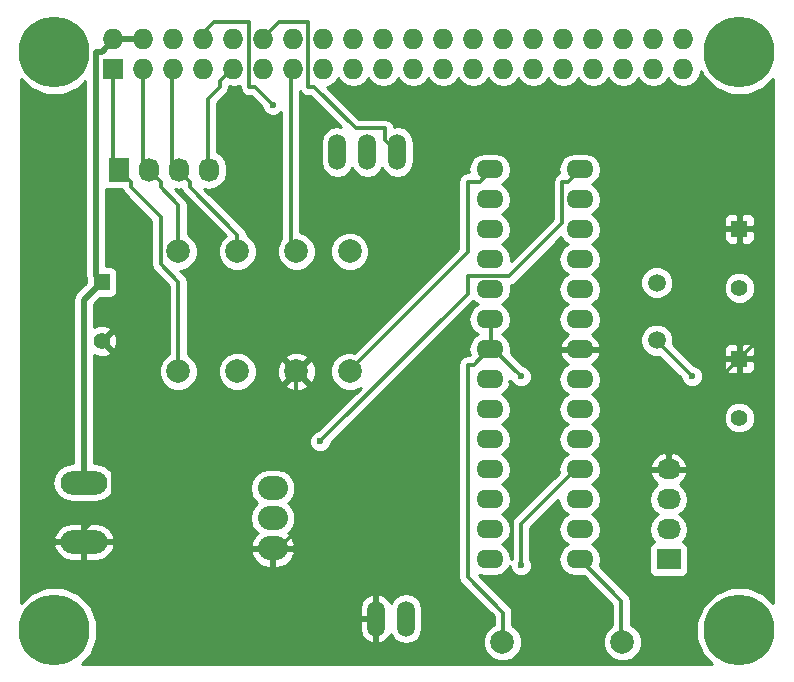
<source format=gbr>
G04 #@! TF.FileFunction,Copper,L1,Top,Signal*
%FSLAX46Y46*%
G04 Gerber Fmt 4.6, Leading zero omitted, Abs format (unit mm)*
G04 Created by KiCad (PCBNEW (2015-06-30 BZR 5847, Git 785638a)-product) date 2015/07/09 22:16:44*
%MOMM*%
G01*
G04 APERTURE LIST*
%ADD10C,0.100000*%
%ADD11R,1.400000X1.400000*%
%ADD12C,1.400000*%
%ADD13O,2.300000X1.600000*%
%ADD14O,3.962400X1.981200*%
%ADD15R,2.032000X1.727200*%
%ADD16O,2.032000X1.727200*%
%ADD17R,1.727200X2.032000*%
%ADD18O,1.727200X2.032000*%
%ADD19O,1.506220X3.014980*%
%ADD20R,1.727200X1.727200*%
%ADD21O,1.727200X1.727200*%
%ADD22O,2.540000X2.032000*%
%ADD23C,1.998980*%
%ADD24C,1.501140*%
%ADD25C,6.000000*%
%ADD26C,0.600000*%
%ADD27C,0.250000*%
%ADD28C,0.500000*%
%ADD29C,0.300000*%
%ADD30C,0.254000*%
G04 APERTURE END LIST*
D10*
D11*
X116000000Y-103000000D03*
D12*
X116000000Y-108000000D03*
D11*
X170000000Y-109500000D03*
D12*
X170000000Y-114500000D03*
D11*
X170000000Y-98500000D03*
D12*
X170000000Y-103500000D03*
D13*
X156500000Y-126500000D03*
X156500000Y-123960000D03*
X156500000Y-121420000D03*
X156500000Y-118880000D03*
X156500000Y-116340000D03*
X156500000Y-113800000D03*
X156500000Y-111260000D03*
X156500000Y-108720000D03*
X156500000Y-106180000D03*
X156500000Y-103640000D03*
X156500000Y-101100000D03*
X156500000Y-98560000D03*
X156500000Y-96020000D03*
X156500000Y-93480000D03*
X148880000Y-93480000D03*
X148880000Y-96020000D03*
X148880000Y-98560000D03*
X148880000Y-101100000D03*
X148880000Y-103640000D03*
X148880000Y-106180000D03*
X148880000Y-108720000D03*
X148880000Y-111260000D03*
X148880000Y-113800000D03*
X148880000Y-116340000D03*
X148880000Y-118880000D03*
X148880000Y-121420000D03*
X148880000Y-123960000D03*
X148880000Y-126500000D03*
D14*
X114500000Y-125000000D03*
X114500000Y-120000000D03*
D15*
X164000000Y-126500000D03*
D16*
X164000000Y-123960000D03*
X164000000Y-121420000D03*
X164000000Y-118880000D03*
D17*
X117500000Y-93500000D03*
D18*
X120040000Y-93500000D03*
X122580000Y-93500000D03*
X125120000Y-93500000D03*
D19*
X135960000Y-92000000D03*
X138500000Y-92000000D03*
X141040000Y-92000000D03*
D20*
X117000000Y-85000000D03*
D21*
X117000000Y-82460000D03*
X119540000Y-85000000D03*
X119540000Y-82460000D03*
X122080000Y-85000000D03*
X122080000Y-82460000D03*
X124620000Y-85000000D03*
X124620000Y-82460000D03*
X127160000Y-85000000D03*
X127160000Y-82460000D03*
X129700000Y-85000000D03*
X129700000Y-82460000D03*
X132240000Y-85000000D03*
X132240000Y-82460000D03*
X134780000Y-85000000D03*
X134780000Y-82460000D03*
X137320000Y-85000000D03*
X137320000Y-82460000D03*
X139860000Y-85000000D03*
X139860000Y-82460000D03*
X142400000Y-85000000D03*
X142400000Y-82460000D03*
X144940000Y-85000000D03*
X144940000Y-82460000D03*
X147480000Y-85000000D03*
X147480000Y-82460000D03*
X150020000Y-85000000D03*
X150020000Y-82460000D03*
X152560000Y-85000000D03*
X152560000Y-82460000D03*
X155100000Y-85000000D03*
X155100000Y-82460000D03*
X157640000Y-85000000D03*
X157640000Y-82460000D03*
X160180000Y-85000000D03*
X160180000Y-82460000D03*
X162720000Y-85000000D03*
X162720000Y-82460000D03*
X165260000Y-85000000D03*
X165260000Y-82460000D03*
D22*
X130500000Y-123000000D03*
X130500000Y-125540000D03*
X130500000Y-120460000D03*
D23*
X149920000Y-133500000D03*
X160080000Y-133500000D03*
X137000000Y-110580000D03*
X137000000Y-100420000D03*
X132500000Y-100420000D03*
X132500000Y-110580000D03*
X122500000Y-110580000D03*
X122500000Y-100420000D03*
X127500000Y-110580000D03*
X127500000Y-100420000D03*
D19*
X141770000Y-131500000D03*
X139230000Y-131500000D03*
D24*
X163000000Y-107940940D03*
X163000000Y-103059060D03*
D25*
X112000000Y-132500000D03*
X170000000Y-132500000D03*
X112000000Y-83500000D03*
X170000000Y-83500000D03*
D26*
X151500000Y-111000000D03*
X166000000Y-111000000D03*
X151500000Y-127000000D03*
X134500000Y-116500000D03*
X130500000Y-88000000D03*
D27*
X110500000Y-82000000D02*
X112000000Y-83500000D01*
D28*
X117000000Y-82460000D02*
X119540000Y-82460000D01*
D29*
X148880000Y-108720000D02*
X149000000Y-108500000D01*
X149000000Y-108500000D02*
X147500000Y-110000000D01*
X147500000Y-110000000D02*
X147000000Y-110000000D01*
X147000000Y-110000000D02*
X147000000Y-128000000D01*
X147000000Y-128000000D02*
X150000000Y-131000000D01*
X150000000Y-131000000D02*
X150000000Y-133500000D01*
X150000000Y-133500000D02*
X149920000Y-133500000D01*
X116000000Y-103000000D02*
X115500000Y-102500000D01*
D28*
X115500000Y-102500000D02*
X115500000Y-83500000D01*
X115500000Y-83500000D02*
X116000000Y-83500000D01*
X116000000Y-83500000D02*
X117000000Y-82500000D01*
D29*
X117000000Y-82500000D02*
X117000000Y-82460000D01*
D28*
X116000000Y-103000000D02*
X114500000Y-104500000D01*
X114500000Y-104500000D02*
X114500000Y-120000000D01*
D29*
X151500000Y-111000000D02*
X149000000Y-108500000D01*
X149000000Y-108500000D02*
X148880000Y-108720000D01*
X148880000Y-108720000D02*
X149000000Y-108500000D01*
X149000000Y-108500000D02*
X149000000Y-106000000D01*
X149000000Y-106000000D02*
X148880000Y-106180000D01*
X170000000Y-109500000D02*
X164000000Y-115500000D01*
X164000000Y-115500000D02*
X164000000Y-118880000D01*
X130500000Y-125540000D02*
X130500000Y-125500000D01*
X130500000Y-125500000D02*
X131000000Y-125500000D01*
X131000000Y-125500000D02*
X132000000Y-124500000D01*
X132000000Y-124500000D02*
X132500000Y-124500000D01*
X132500000Y-124500000D02*
X132500000Y-110580000D01*
X116000000Y-108000000D02*
X117000000Y-109000000D01*
X117000000Y-109000000D02*
X117000000Y-121500000D01*
X117000000Y-121500000D02*
X114500000Y-124000000D01*
X114500000Y-124000000D02*
X114500000Y-125000000D01*
X170000000Y-109500000D02*
X171500000Y-108000000D01*
X171500000Y-108000000D02*
X171500000Y-103000000D01*
X171500000Y-103000000D02*
X170000000Y-101500000D01*
X170000000Y-101500000D02*
X170000000Y-98500000D01*
X163000000Y-107940940D02*
X163000000Y-108000000D01*
X163000000Y-108000000D02*
X166000000Y-111000000D01*
X156500000Y-126500000D02*
X160000000Y-130000000D01*
X160000000Y-130000000D02*
X160000000Y-133500000D01*
X160000000Y-133500000D02*
X160080000Y-133500000D01*
X156500000Y-118880000D02*
X156500000Y-119000000D01*
X156500000Y-119000000D02*
X156000000Y-119000000D01*
X156000000Y-119000000D02*
X151500000Y-123500000D01*
X151500000Y-123500000D02*
X151500000Y-127000000D01*
X134500000Y-116500000D02*
X147000000Y-104000000D01*
X147000000Y-104000000D02*
X147000000Y-102500000D01*
X147000000Y-102500000D02*
X150500000Y-102500000D01*
X150500000Y-102500000D02*
X155000000Y-98000000D01*
X155000000Y-98000000D02*
X155000000Y-94500000D01*
X155000000Y-94500000D02*
X155500000Y-94500000D01*
X155500000Y-94500000D02*
X156500000Y-93500000D01*
X156500000Y-93500000D02*
X156500000Y-93480000D01*
X137000000Y-110580000D02*
X137000000Y-110500000D01*
X137000000Y-110500000D02*
X147000000Y-100500000D01*
X147000000Y-100500000D02*
X147000000Y-94500000D01*
X147000000Y-94500000D02*
X148000000Y-94500000D01*
X148000000Y-94500000D02*
X149000000Y-93500000D01*
X149000000Y-93500000D02*
X148880000Y-93480000D01*
X117500000Y-93500000D02*
X118500000Y-94500000D01*
X118500000Y-94500000D02*
X118500000Y-95000000D01*
X118500000Y-95000000D02*
X121000000Y-97500000D01*
X121000000Y-97500000D02*
X121000000Y-101500000D01*
X121000000Y-101500000D02*
X122500000Y-103000000D01*
X122500000Y-103000000D02*
X122500000Y-110580000D01*
X117500000Y-93500000D02*
X117000000Y-93000000D01*
X117000000Y-93000000D02*
X117000000Y-85000000D01*
X120040000Y-93500000D02*
X120000000Y-93500000D01*
X120000000Y-93500000D02*
X121000000Y-94500000D01*
X121000000Y-94500000D02*
X121000000Y-95000000D01*
X121000000Y-95000000D02*
X122500000Y-96500000D01*
X122500000Y-96500000D02*
X122500000Y-100420000D01*
X120040000Y-93500000D02*
X120000000Y-93500000D01*
X120000000Y-93500000D02*
X119500000Y-93000000D01*
X119500000Y-93000000D02*
X119500000Y-85000000D01*
X119500000Y-85000000D02*
X119540000Y-85000000D01*
X122580000Y-93500000D02*
X122500000Y-93500000D01*
X122500000Y-93500000D02*
X123500000Y-94500000D01*
X123500000Y-94500000D02*
X123500000Y-95000000D01*
X123500000Y-95000000D02*
X127500000Y-99000000D01*
X127500000Y-99000000D02*
X127500000Y-100420000D01*
X122580000Y-93500000D02*
X122500000Y-93500000D01*
X122500000Y-93500000D02*
X122000000Y-93000000D01*
X122000000Y-93000000D02*
X122000000Y-85000000D01*
X122000000Y-85000000D02*
X122080000Y-85000000D01*
X127160000Y-85000000D02*
X127000000Y-85000000D01*
X127000000Y-85000000D02*
X126000000Y-86000000D01*
X126000000Y-86000000D02*
X126000000Y-86500000D01*
X126000000Y-86500000D02*
X125000000Y-87500000D01*
X125000000Y-87500000D02*
X125000000Y-93500000D01*
X125000000Y-93500000D02*
X125120000Y-93500000D01*
X130500000Y-88000000D02*
X129000000Y-86500000D01*
X129000000Y-86500000D02*
X128500000Y-86500000D01*
X128500000Y-86500000D02*
X128500000Y-81000000D01*
X128500000Y-81000000D02*
X125500000Y-81000000D01*
X125500000Y-81000000D02*
X124500000Y-82000000D01*
X124500000Y-82000000D02*
X124500000Y-82500000D01*
X124500000Y-82500000D02*
X124620000Y-82460000D01*
X141040000Y-92000000D02*
X141000000Y-92000000D01*
X141000000Y-92000000D02*
X140000000Y-91000000D01*
X140000000Y-91000000D02*
X140000000Y-90000000D01*
X140000000Y-90000000D02*
X137500000Y-90000000D01*
X137500000Y-90000000D02*
X134000000Y-86500000D01*
X134000000Y-86500000D02*
X133500000Y-86500000D01*
X133500000Y-86500000D02*
X133500000Y-81000000D01*
X133500000Y-81000000D02*
X131000000Y-81000000D01*
X131000000Y-81000000D02*
X129500000Y-82500000D01*
X129500000Y-82500000D02*
X129700000Y-82460000D01*
X132500000Y-100420000D02*
X132500000Y-100500000D01*
X132500000Y-100500000D02*
X132000000Y-100000000D01*
X132000000Y-100000000D02*
X132000000Y-85000000D01*
X132000000Y-85000000D02*
X132240000Y-85000000D01*
D30*
G36*
X166916600Y-85556372D02*
X167938249Y-86579806D01*
X169273782Y-87134368D01*
X170719874Y-87135630D01*
X172056372Y-86583400D01*
X172815000Y-85826095D01*
X172815000Y-130174759D01*
X172061751Y-129420194D01*
X170726218Y-128865632D01*
X169280126Y-128864370D01*
X167943628Y-129416600D01*
X166920194Y-130438249D01*
X166365632Y-131773782D01*
X166364370Y-133219874D01*
X166916600Y-134556372D01*
X167673905Y-135315000D01*
X114325241Y-135315000D01*
X115079806Y-134561751D01*
X115444087Y-133684464D01*
X141770000Y-133684464D01*
X142301207Y-133578800D01*
X142751542Y-133277896D01*
X143052446Y-132827561D01*
X143158110Y-132296354D01*
X143158110Y-130703646D01*
X143052446Y-130172439D01*
X142751542Y-129722104D01*
X142301207Y-129421200D01*
X141770000Y-129315536D01*
X141238793Y-129421200D01*
X140788458Y-129722104D01*
X140487554Y-130172439D01*
X140486984Y-130175306D01*
X140463846Y-130097081D01*
X140121740Y-129674276D01*
X139643875Y-129414573D01*
X139571674Y-129400217D01*
X138888326Y-129400217D01*
X138888326Y-129400217D01*
X138816125Y-129414573D01*
X138338260Y-129674276D01*
X137996154Y-130097081D01*
X137841890Y-130618620D01*
X137841890Y-131373000D01*
X139103000Y-131373000D01*
X139103000Y-129522838D01*
X138888326Y-129400217D01*
X139571674Y-129400217D01*
X138888326Y-129400217D01*
X138888326Y-129400217D01*
X139571674Y-129400217D01*
X139357000Y-129522838D01*
X139357000Y-131373000D01*
X139377000Y-131373000D01*
X139377000Y-131627000D01*
X139357000Y-131627000D01*
X139103000Y-131627000D01*
X139103000Y-131627000D01*
X137841890Y-131627000D01*
X137841890Y-132381380D01*
X137996154Y-132902919D01*
X138338260Y-133325724D01*
X138816125Y-133585427D01*
X138888326Y-133599783D01*
X139103000Y-133477162D01*
X139103000Y-131627000D01*
X139357000Y-131627000D01*
X139103000Y-131627000D01*
X139103000Y-131627000D01*
X139357000Y-131627000D01*
X139357000Y-133477162D01*
X139571674Y-133599783D01*
X139643875Y-133585427D01*
X140121740Y-133325724D01*
X140463846Y-132902919D01*
X140486984Y-132824694D01*
X140487554Y-132827561D01*
X140788458Y-133277896D01*
X141238793Y-133578800D01*
X141770000Y-133684464D01*
X115444087Y-133684464D01*
X115634368Y-133226218D01*
X115635630Y-131780126D01*
X115083400Y-130443628D01*
X114061751Y-129420194D01*
X112726218Y-128865632D01*
X111280126Y-128864370D01*
X109943628Y-129416600D01*
X109185000Y-130173905D01*
X109185000Y-127016724D01*
X129496857Y-127016724D01*
X130119000Y-127191000D01*
X130373000Y-127191000D01*
X130373000Y-125667000D01*
X130627000Y-125667000D01*
X130373000Y-125667000D01*
X130373000Y-125667000D01*
X130627000Y-125667000D01*
X130627000Y-127191000D01*
X130881000Y-127191000D01*
X131503143Y-127016724D01*
X132011236Y-126617630D01*
X132327926Y-126054477D01*
X132359975Y-125922944D01*
X132240836Y-125667000D01*
X130627000Y-125667000D01*
X130373000Y-125667000D01*
X130373000Y-125667000D01*
X128759164Y-125667000D01*
X116950077Y-125667000D01*
X117041060Y-125504757D01*
X117071411Y-125378959D01*
X116951942Y-125127000D01*
X114627000Y-125127000D01*
X114627000Y-126625600D01*
X115617600Y-126625600D01*
X116230023Y-126453258D01*
X116729876Y-126059670D01*
X116950077Y-125667000D01*
X128759164Y-125667000D01*
X116950077Y-125667000D01*
X116950077Y-125667000D01*
X128759164Y-125667000D01*
X128640025Y-125922944D01*
X128672074Y-126054477D01*
X128988764Y-126617630D01*
X129496857Y-127016724D01*
X109185000Y-127016724D01*
X109185000Y-125127000D01*
X112048058Y-125127000D01*
X111928589Y-125378959D01*
X111958940Y-125504757D01*
X112270124Y-126059670D01*
X112769977Y-126453258D01*
X113382400Y-126625600D01*
X114373000Y-126625600D01*
X114373000Y-125127000D01*
X112048058Y-125127000D01*
X109185000Y-125127000D01*
X109185000Y-123374400D01*
X113382400Y-123374400D01*
X112769977Y-123546742D01*
X112270124Y-123940330D01*
X111958940Y-124495243D01*
X111928589Y-124621041D01*
X112048058Y-124873000D01*
X114373000Y-124873000D01*
X114373000Y-123374400D01*
X114627000Y-123374400D01*
X114627000Y-124873000D01*
X116951942Y-124873000D01*
X117071411Y-124621041D01*
X117041060Y-124495243D01*
X116729876Y-123940330D01*
X116230023Y-123546742D01*
X115617600Y-123374400D01*
X114627000Y-123374400D01*
X114373000Y-123374400D01*
X114373000Y-123374400D01*
X113382400Y-123374400D01*
X109185000Y-123374400D01*
X109185000Y-85825241D01*
X109938249Y-86579806D01*
X111273782Y-87134368D01*
X112719874Y-87135630D01*
X114056372Y-86583400D01*
X114615000Y-86025746D01*
X114615000Y-102500000D01*
X114652560Y-102688826D01*
X114652560Y-103095861D01*
X113874210Y-103874210D01*
X113682367Y-104161325D01*
X113682367Y-104161326D01*
X113614999Y-104500000D01*
X113615000Y-104500005D01*
X113615000Y-118374400D01*
X113458146Y-118374400D01*
X112836056Y-118498141D01*
X112308673Y-118850527D01*
X111956287Y-119377910D01*
X111832546Y-120000000D01*
X111956287Y-120622090D01*
X112308673Y-121149473D01*
X112836056Y-121501859D01*
X113458146Y-121625600D01*
X115541854Y-121625600D01*
X116163944Y-121501859D01*
X116691327Y-121149473D01*
X117043713Y-120622090D01*
X117167454Y-120000000D01*
X117043713Y-119377910D01*
X116691327Y-118850527D01*
X116629178Y-118809000D01*
X130208679Y-118809000D01*
X129576869Y-118934675D01*
X129041246Y-119292567D01*
X128683354Y-119828190D01*
X128557679Y-120460000D01*
X128683354Y-121091810D01*
X129041246Y-121627433D01*
X129194748Y-121730000D01*
X129041246Y-121832567D01*
X128683354Y-122368190D01*
X128557679Y-123000000D01*
X128683354Y-123631810D01*
X129041246Y-124167433D01*
X129215781Y-124284054D01*
X128988764Y-124462370D01*
X128672074Y-125025523D01*
X128640025Y-125157056D01*
X128759164Y-125413000D01*
X130373000Y-125413000D01*
X130373000Y-125393000D01*
X130627000Y-125393000D01*
X130627000Y-125413000D01*
X132240836Y-125413000D01*
X132359975Y-125157056D01*
X132327926Y-125025523D01*
X132011236Y-124462370D01*
X131784219Y-124284054D01*
X131958754Y-124167433D01*
X132316646Y-123631810D01*
X132442321Y-123000000D01*
X132316646Y-122368190D01*
X131958754Y-121832567D01*
X131805252Y-121730000D01*
X131958754Y-121627433D01*
X132316646Y-121091810D01*
X132442321Y-120460000D01*
X132316646Y-119828190D01*
X131958754Y-119292567D01*
X131423131Y-118934675D01*
X130791321Y-118809000D01*
X130208679Y-118809000D01*
X116629178Y-118809000D01*
X116163944Y-118498141D01*
X115541854Y-118374400D01*
X115385000Y-118374400D01*
X115385000Y-112225401D01*
X132235582Y-112225401D01*
X132885377Y-112201341D01*
X133373958Y-111998965D01*
X133472557Y-111732163D01*
X133292952Y-111552557D01*
X133652163Y-111552557D01*
X133918965Y-111453958D01*
X134145401Y-110844418D01*
X134121341Y-110194623D01*
X133918965Y-109706042D01*
X133652163Y-109607443D01*
X132679605Y-110580000D01*
X132320395Y-110580000D01*
X132320395Y-110580000D01*
X131347837Y-109607443D01*
X131081035Y-109706042D01*
X130854599Y-110315582D01*
X130878659Y-110965377D01*
X131081035Y-111453958D01*
X131347837Y-111552557D01*
X132320395Y-110580000D01*
X132679605Y-110580000D01*
X132320395Y-110580000D01*
X132320395Y-110580000D01*
X132679605Y-110580000D01*
X133652163Y-111552557D01*
X133292952Y-111552557D01*
X132500000Y-110759605D01*
X131527443Y-111732163D01*
X128659363Y-111732163D01*
X128884846Y-111507073D01*
X129134206Y-110906547D01*
X129134774Y-110256306D01*
X128886462Y-109655345D01*
X128427073Y-109195154D01*
X127857530Y-108958659D01*
X132114623Y-108958659D01*
X131626042Y-109161035D01*
X131527443Y-109427837D01*
X132500000Y-110400395D01*
X133472557Y-109427837D01*
X133373958Y-109161035D01*
X132764418Y-108934599D01*
X132114623Y-108958659D01*
X127857530Y-108958659D01*
X127826547Y-108945794D01*
X127176306Y-108945226D01*
X126575345Y-109193538D01*
X126115154Y-109652927D01*
X125865794Y-110253453D01*
X125865226Y-110903694D01*
X126113538Y-111504655D01*
X126572927Y-111964846D01*
X127173453Y-112214206D01*
X127823694Y-112214774D01*
X128424655Y-111966462D01*
X128659363Y-111732163D01*
X131527443Y-111732163D01*
X128659363Y-111732163D01*
X128659363Y-111732163D01*
X131527443Y-111732163D01*
X131626042Y-111998965D01*
X132235582Y-112225401D01*
X115385000Y-112225401D01*
X115385000Y-109198797D01*
X115807122Y-109347419D01*
X116337440Y-109318664D01*
X116693831Y-109171042D01*
X116755669Y-108935275D01*
X116000000Y-108179605D01*
X115985858Y-108193748D01*
X115806252Y-108014142D01*
X115820395Y-108000000D01*
X116179605Y-108000000D01*
X116935275Y-108755669D01*
X117171042Y-108693831D01*
X117347419Y-108192878D01*
X117318664Y-107662560D01*
X117171042Y-107306169D01*
X116935275Y-107244331D01*
X116179605Y-108000000D01*
X115820395Y-108000000D01*
X115820395Y-108000000D01*
X115806252Y-107985858D01*
X115985858Y-107806252D01*
X116000000Y-107820395D01*
X116755669Y-107064725D01*
X116693831Y-106828958D01*
X116192878Y-106652581D01*
X115662560Y-106681336D01*
X115385000Y-106796305D01*
X115385000Y-104866580D01*
X115904139Y-104347440D01*
X116700000Y-104347440D01*
X116942123Y-104300463D01*
X117154927Y-104160673D01*
X117297377Y-103949640D01*
X117347440Y-103700000D01*
X117347440Y-102300000D01*
X117300463Y-102057877D01*
X117160673Y-101845073D01*
X116949640Y-101702623D01*
X116700000Y-101652560D01*
X116385000Y-101652560D01*
X116385000Y-95112189D01*
X116386760Y-95113377D01*
X116636400Y-95163440D01*
X117747510Y-95163440D01*
X117774755Y-95300407D01*
X117944921Y-95555079D01*
X120215000Y-97825158D01*
X120215000Y-101500000D01*
X120274755Y-101800407D01*
X120444921Y-102055079D01*
X121715000Y-103325158D01*
X121715000Y-109135834D01*
X121575345Y-109193538D01*
X121115154Y-109652927D01*
X120865794Y-110253453D01*
X120865226Y-110903694D01*
X121113538Y-111504655D01*
X121572927Y-111964846D01*
X122173453Y-112214206D01*
X122823694Y-112214774D01*
X123424655Y-111966462D01*
X123884846Y-111507073D01*
X124134206Y-110906547D01*
X124134774Y-110256306D01*
X123886462Y-109655345D01*
X123427073Y-109195154D01*
X123285000Y-109136160D01*
X123285000Y-103000000D01*
X123241685Y-102782244D01*
X123225245Y-102699593D01*
X123055079Y-102444921D01*
X122664793Y-102054635D01*
X122823694Y-102054774D01*
X123424655Y-101806462D01*
X123884846Y-101347073D01*
X124134206Y-100746547D01*
X124134774Y-100096306D01*
X123886462Y-99495345D01*
X123427073Y-99035154D01*
X123285000Y-98976160D01*
X123285000Y-96500000D01*
X123225245Y-96199594D01*
X123225245Y-96199593D01*
X123055079Y-95944921D01*
X122222365Y-95112207D01*
X122580000Y-95183345D01*
X122744944Y-95150536D01*
X122774755Y-95300407D01*
X122944921Y-95555079D01*
X126499296Y-99109454D01*
X126115154Y-99492927D01*
X125865794Y-100093453D01*
X125865226Y-100743694D01*
X126113538Y-101344655D01*
X126572927Y-101804846D01*
X127173453Y-102054206D01*
X127823694Y-102054774D01*
X128424655Y-101806462D01*
X128884846Y-101347073D01*
X129134206Y-100746547D01*
X129134774Y-100096306D01*
X128886462Y-99495345D01*
X128427073Y-99035154D01*
X128279831Y-98974014D01*
X128225245Y-98699593D01*
X128055079Y-98444921D01*
X124712433Y-95102275D01*
X125120000Y-95183345D01*
X125693489Y-95069271D01*
X126179670Y-94744415D01*
X126504526Y-94258234D01*
X126618600Y-93684745D01*
X126618600Y-93315255D01*
X126504526Y-92741766D01*
X126179670Y-92255585D01*
X125785000Y-91991875D01*
X125785000Y-87825158D01*
X126555079Y-87055079D01*
X126725245Y-86800406D01*
X126785001Y-86500000D01*
X126785000Y-86499995D01*
X126785000Y-86453367D01*
X127160000Y-86527959D01*
X127715000Y-86417563D01*
X127715000Y-86500000D01*
X127774755Y-86800406D01*
X127944921Y-87055079D01*
X128199594Y-87225245D01*
X128500000Y-87285000D01*
X128674842Y-87285000D01*
X129564847Y-88175005D01*
X129564838Y-88185167D01*
X129706883Y-88528943D01*
X129969673Y-88792192D01*
X130313201Y-88934838D01*
X130685167Y-88935162D01*
X131028943Y-88793117D01*
X131215000Y-88607384D01*
X131215000Y-99393255D01*
X131115154Y-99492927D01*
X130865794Y-100093453D01*
X130865226Y-100743694D01*
X131113538Y-101344655D01*
X131572927Y-101804846D01*
X132173453Y-102054206D01*
X132823694Y-102054774D01*
X133424655Y-101806462D01*
X133884846Y-101347073D01*
X134134206Y-100746547D01*
X134134774Y-100096306D01*
X133886462Y-99495345D01*
X133427073Y-99035154D01*
X133423182Y-99033538D01*
X136075345Y-99033538D01*
X135615154Y-99492927D01*
X135365794Y-100093453D01*
X135365226Y-100743694D01*
X135613538Y-101344655D01*
X136072927Y-101804846D01*
X136673453Y-102054206D01*
X137323694Y-102054774D01*
X137924655Y-101806462D01*
X138384846Y-101347073D01*
X138634206Y-100746547D01*
X138634774Y-100096306D01*
X138386462Y-99495345D01*
X137927073Y-99035154D01*
X137326547Y-98785794D01*
X136676306Y-98785226D01*
X136075345Y-99033538D01*
X133423182Y-99033538D01*
X132826547Y-98785794D01*
X132785000Y-98785758D01*
X132785000Y-86815739D01*
X132944921Y-87055079D01*
X133199594Y-87225245D01*
X133500000Y-87285000D01*
X133674842Y-87285000D01*
X136266307Y-89876465D01*
X135960000Y-89815536D01*
X135428793Y-89921200D01*
X134978458Y-90222104D01*
X134677554Y-90672439D01*
X134571890Y-91203646D01*
X134571890Y-92796354D01*
X134677554Y-93327561D01*
X134978458Y-93777896D01*
X135428793Y-94078800D01*
X135960000Y-94184464D01*
X136491207Y-94078800D01*
X136941542Y-93777896D01*
X137230000Y-93346188D01*
X137518458Y-93777896D01*
X137968793Y-94078800D01*
X138500000Y-94184464D01*
X139031207Y-94078800D01*
X139481542Y-93777896D01*
X139770000Y-93346188D01*
X140058458Y-93777896D01*
X140508793Y-94078800D01*
X141040000Y-94184464D01*
X141571207Y-94078800D01*
X142021542Y-93777896D01*
X142322446Y-93327561D01*
X142428110Y-92796354D01*
X142428110Y-92045000D01*
X148495030Y-92045000D01*
X147945879Y-92154233D01*
X147480332Y-92465302D01*
X147169263Y-92930849D01*
X147060030Y-93480000D01*
X147106774Y-93715000D01*
X147000000Y-93715000D01*
X146699594Y-93774755D01*
X146444921Y-93944921D01*
X146274755Y-94199594D01*
X146215000Y-94500000D01*
X146215000Y-100174842D01*
X137409573Y-108980269D01*
X137326547Y-108945794D01*
X136676306Y-108945226D01*
X136075345Y-109193538D01*
X135615154Y-109652927D01*
X135365794Y-110253453D01*
X135365226Y-110903694D01*
X135613538Y-111504655D01*
X136072927Y-111964846D01*
X136673453Y-112214206D01*
X137323694Y-112214774D01*
X137922483Y-111967360D01*
X134324995Y-115564847D01*
X134314833Y-115564838D01*
X133971057Y-115706883D01*
X133707808Y-115969673D01*
X133565162Y-116313201D01*
X133564838Y-116685167D01*
X133706883Y-117028943D01*
X133969673Y-117292192D01*
X134313201Y-117434838D01*
X134685167Y-117435162D01*
X135028943Y-117293117D01*
X135292192Y-117030327D01*
X135434838Y-116686799D01*
X135434848Y-116675310D01*
X147470369Y-104639788D01*
X147480332Y-104654698D01*
X147862418Y-104910000D01*
X147480332Y-105165302D01*
X147169263Y-105630849D01*
X147060030Y-106180000D01*
X147169263Y-106729151D01*
X147480332Y-107194698D01*
X147862418Y-107450000D01*
X147480332Y-107705302D01*
X147169263Y-108170849D01*
X147060030Y-108720000D01*
X147158492Y-109215000D01*
X147000000Y-109215000D01*
X146699594Y-109274755D01*
X146444921Y-109444921D01*
X146274755Y-109699594D01*
X146215000Y-110000000D01*
X146215000Y-128000000D01*
X146274755Y-128300407D01*
X146444921Y-128555079D01*
X149215000Y-131325158D01*
X149215000Y-132022778D01*
X148995345Y-132113538D01*
X148535154Y-132572927D01*
X148285794Y-133173453D01*
X148285226Y-133823694D01*
X148533538Y-134424655D01*
X148992927Y-134884846D01*
X149593453Y-135134206D01*
X150243694Y-135134774D01*
X150844655Y-134886462D01*
X151304846Y-134427073D01*
X151554206Y-133826547D01*
X151554774Y-133176306D01*
X151306462Y-132575345D01*
X150847073Y-132115154D01*
X150785000Y-132089379D01*
X150785000Y-131000000D01*
X150725245Y-130699594D01*
X150555079Y-130444921D01*
X147915881Y-127805723D01*
X147945879Y-127825767D01*
X148495030Y-127935000D01*
X149264970Y-127935000D01*
X149814121Y-127825767D01*
X150279668Y-127514698D01*
X150564923Y-127087785D01*
X150564838Y-127185167D01*
X150706883Y-127528943D01*
X150969673Y-127792192D01*
X151313201Y-127934838D01*
X151685167Y-127935162D01*
X152028943Y-127793117D01*
X152292192Y-127530327D01*
X152434838Y-127186799D01*
X152435162Y-126814833D01*
X152293117Y-126471057D01*
X152285000Y-126462926D01*
X152285000Y-123825158D01*
X154681710Y-121428448D01*
X154789263Y-121969151D01*
X155100332Y-122434698D01*
X155482418Y-122690000D01*
X155100332Y-122945302D01*
X154789263Y-123410849D01*
X154680030Y-123960000D01*
X154789263Y-124509151D01*
X155100332Y-124974698D01*
X155482418Y-125230000D01*
X155100332Y-125485302D01*
X154789263Y-125950849D01*
X154680030Y-126500000D01*
X154789263Y-127049151D01*
X155100332Y-127514698D01*
X155565879Y-127825767D01*
X156115030Y-127935000D01*
X156824842Y-127935000D01*
X159215000Y-130325157D01*
X159215000Y-132088889D01*
X159155345Y-132113538D01*
X158695154Y-132572927D01*
X158445794Y-133173453D01*
X158445226Y-133823694D01*
X158693538Y-134424655D01*
X159152927Y-134884846D01*
X159753453Y-135134206D01*
X160403694Y-135134774D01*
X161004655Y-134886462D01*
X161464846Y-134427073D01*
X161714206Y-133826547D01*
X161714774Y-133176306D01*
X161466462Y-132575345D01*
X161007073Y-132115154D01*
X160785000Y-132022941D01*
X160785000Y-130000000D01*
X160725245Y-129699594D01*
X160555079Y-129444921D01*
X160555076Y-129444919D01*
X158190138Y-127079980D01*
X158210737Y-127049151D01*
X158319970Y-126500000D01*
X158210737Y-125950849D01*
X157899668Y-125485302D01*
X157517582Y-125230000D01*
X157899668Y-124974698D01*
X158210737Y-124509151D01*
X158319970Y-123960000D01*
X158210737Y-123410849D01*
X157899668Y-122945302D01*
X157517582Y-122690000D01*
X157899668Y-122434698D01*
X158210737Y-121969151D01*
X158319970Y-121420000D01*
X158210737Y-120870849D01*
X157899668Y-120405302D01*
X157517582Y-120150000D01*
X157899668Y-119894698D01*
X158210737Y-119429151D01*
X158294708Y-119007000D01*
X162513783Y-119007000D01*
X162392642Y-119239026D01*
X162395291Y-119254791D01*
X162649268Y-119782036D01*
X163065069Y-120153539D01*
X162755585Y-120360330D01*
X162430729Y-120846511D01*
X162316655Y-121420000D01*
X162430729Y-121993489D01*
X162755585Y-122479670D01*
X163070366Y-122690000D01*
X162755585Y-122900330D01*
X162430729Y-123386511D01*
X162316655Y-123960000D01*
X162430729Y-124533489D01*
X162755585Y-125019670D01*
X162771367Y-125030215D01*
X162741877Y-125035937D01*
X162529073Y-125175727D01*
X162386623Y-125386760D01*
X162336560Y-125636400D01*
X162336560Y-127363600D01*
X162383537Y-127605723D01*
X162523327Y-127818527D01*
X162734360Y-127960977D01*
X162984000Y-128011040D01*
X165016000Y-128011040D01*
X165258123Y-127964063D01*
X165470927Y-127824273D01*
X165613377Y-127613240D01*
X165663440Y-127363600D01*
X165663440Y-125636400D01*
X165616463Y-125394277D01*
X165476673Y-125181473D01*
X165265640Y-125039023D01*
X165227037Y-125031282D01*
X165244415Y-125019670D01*
X165569271Y-124533489D01*
X165683345Y-123960000D01*
X165569271Y-123386511D01*
X165244415Y-122900330D01*
X164929634Y-122690000D01*
X165244415Y-122479670D01*
X165569271Y-121993489D01*
X165683345Y-121420000D01*
X165569271Y-120846511D01*
X165244415Y-120360330D01*
X164934931Y-120153539D01*
X165350732Y-119782036D01*
X165604709Y-119254791D01*
X165607358Y-119239026D01*
X165486217Y-119007000D01*
X164127000Y-119007000D01*
X164127000Y-119027000D01*
X163873000Y-119027000D01*
X163873000Y-119007000D01*
X162513783Y-119007000D01*
X158294708Y-119007000D01*
X158319970Y-118880000D01*
X158210737Y-118330849D01*
X157899668Y-117865302D01*
X157517582Y-117610000D01*
X157550438Y-117588046D01*
X163085680Y-117588046D01*
X162649268Y-117977964D01*
X162395291Y-118505209D01*
X162392642Y-118520974D01*
X162513783Y-118753000D01*
X163873000Y-118753000D01*
X163873000Y-117539076D01*
X164127000Y-117539076D01*
X163873000Y-117539076D01*
X163873000Y-117539076D01*
X164127000Y-117539076D01*
X164127000Y-118753000D01*
X165486217Y-118753000D01*
X165607358Y-118520974D01*
X165604709Y-118505209D01*
X165350732Y-117977964D01*
X164914320Y-117588046D01*
X164361913Y-117394816D01*
X164127000Y-117539076D01*
X163873000Y-117539076D01*
X163873000Y-117539076D01*
X163638087Y-117394816D01*
X163085680Y-117588046D01*
X157550438Y-117588046D01*
X157899668Y-117354698D01*
X158210737Y-116889151D01*
X158319970Y-116340000D01*
X158210737Y-115790849D01*
X157899668Y-115325302D01*
X157517582Y-115070000D01*
X157899668Y-114814698D01*
X158210737Y-114349151D01*
X158319970Y-113800000D01*
X158233957Y-113367582D01*
X169244771Y-113367582D01*
X168868902Y-113742796D01*
X168665232Y-114233287D01*
X168664769Y-114764383D01*
X168867582Y-115255229D01*
X169242796Y-115631098D01*
X169733287Y-115834768D01*
X170264383Y-115835231D01*
X170755229Y-115632418D01*
X171131098Y-115257204D01*
X171334768Y-114766713D01*
X171335231Y-114235617D01*
X171132418Y-113744771D01*
X170757204Y-113368902D01*
X170266713Y-113165232D01*
X169735617Y-113164769D01*
X169244771Y-113367582D01*
X158233957Y-113367582D01*
X158210737Y-113250849D01*
X157899668Y-112785302D01*
X157517582Y-112530000D01*
X157899668Y-112274698D01*
X158210737Y-111809151D01*
X158319970Y-111260000D01*
X158210737Y-110710849D01*
X157899668Y-110245302D01*
X157521849Y-109992851D01*
X157954500Y-109644896D01*
X158224367Y-109151819D01*
X158241904Y-109069039D01*
X158119915Y-108847000D01*
X156627000Y-108847000D01*
X156627000Y-108867000D01*
X156373000Y-108867000D01*
X156373000Y-108847000D01*
X154880085Y-108847000D01*
X154758096Y-109069039D01*
X154775633Y-109151819D01*
X155045500Y-109644896D01*
X155478151Y-109992851D01*
X155100332Y-110245302D01*
X154789263Y-110710849D01*
X154680030Y-111260000D01*
X154789263Y-111809151D01*
X155100332Y-112274698D01*
X155482418Y-112530000D01*
X155100332Y-112785302D01*
X154789263Y-113250849D01*
X154680030Y-113800000D01*
X154789263Y-114349151D01*
X155100332Y-114814698D01*
X155482418Y-115070000D01*
X155100332Y-115325302D01*
X154789263Y-115790849D01*
X154680030Y-116340000D01*
X154789263Y-116889151D01*
X155100332Y-117354698D01*
X155482418Y-117610000D01*
X155100332Y-117865302D01*
X154789263Y-118330849D01*
X154680030Y-118880000D01*
X154734749Y-119155093D01*
X150944921Y-122944921D01*
X150774755Y-123199593D01*
X150732733Y-123410849D01*
X150715000Y-123500000D01*
X150715000Y-126462494D01*
X150707808Y-126469673D01*
X150698430Y-126492258D01*
X150590737Y-125950849D01*
X150279668Y-125485302D01*
X149897582Y-125230000D01*
X150279668Y-124974698D01*
X150590737Y-124509151D01*
X150699970Y-123960000D01*
X150590737Y-123410849D01*
X150279668Y-122945302D01*
X149897582Y-122690000D01*
X150279668Y-122434698D01*
X150590737Y-121969151D01*
X150699970Y-121420000D01*
X150590737Y-120870849D01*
X150279668Y-120405302D01*
X149897582Y-120150000D01*
X150279668Y-119894698D01*
X150590737Y-119429151D01*
X150699970Y-118880000D01*
X150590737Y-118330849D01*
X150279668Y-117865302D01*
X149897582Y-117610000D01*
X150279668Y-117354698D01*
X150590737Y-116889151D01*
X150699970Y-116340000D01*
X150590737Y-115790849D01*
X150279668Y-115325302D01*
X149897582Y-115070000D01*
X150279668Y-114814698D01*
X150590737Y-114349151D01*
X150699970Y-113800000D01*
X150590737Y-113250849D01*
X150279668Y-112785302D01*
X149901849Y-112532851D01*
X150334500Y-112184896D01*
X150604367Y-111691819D01*
X150621904Y-111609039D01*
X150499916Y-111387002D01*
X150648234Y-111387002D01*
X150706883Y-111528943D01*
X150969673Y-111792192D01*
X151313201Y-111934838D01*
X151685167Y-111935162D01*
X152028943Y-111793117D01*
X152292192Y-111530327D01*
X152434838Y-111186799D01*
X152435162Y-110814833D01*
X152293117Y-110471057D01*
X152030327Y-110207808D01*
X151686799Y-110065162D01*
X151675310Y-110065152D01*
X150638614Y-109028456D01*
X150699970Y-108720000D01*
X150590737Y-108170849D01*
X150279668Y-107705302D01*
X149897582Y-107450000D01*
X150279668Y-107194698D01*
X150590737Y-106729151D01*
X150699970Y-106180000D01*
X150590737Y-105630849D01*
X150279668Y-105165302D01*
X149897582Y-104910000D01*
X150279668Y-104654698D01*
X150590737Y-104189151D01*
X150699970Y-103640000D01*
X150624433Y-103260249D01*
X150800407Y-103225245D01*
X151055079Y-103055079D01*
X154874076Y-99236082D01*
X155100332Y-99574698D01*
X155482418Y-99830000D01*
X155100332Y-100085302D01*
X154789263Y-100550849D01*
X154680030Y-101100000D01*
X154789263Y-101649151D01*
X155100332Y-102114698D01*
X155482418Y-102370000D01*
X155100332Y-102625302D01*
X154789263Y-103090849D01*
X154680030Y-103640000D01*
X154789263Y-104189151D01*
X155100332Y-104654698D01*
X155482418Y-104910000D01*
X155100332Y-105165302D01*
X154789263Y-105630849D01*
X154680030Y-106180000D01*
X154789263Y-106729151D01*
X155100332Y-107194698D01*
X155478151Y-107447149D01*
X155045500Y-107795104D01*
X154775633Y-108288181D01*
X154758096Y-108370961D01*
X154880085Y-108593000D01*
X156373000Y-108593000D01*
X156373000Y-108573000D01*
X156627000Y-108573000D01*
X156627000Y-108593000D01*
X158119915Y-108593000D01*
X158241904Y-108370961D01*
X158224367Y-108288181D01*
X157954500Y-107795104D01*
X157521849Y-107447149D01*
X157899668Y-107194698D01*
X158186365Y-106765626D01*
X162216163Y-106765626D01*
X161826056Y-107155053D01*
X161614671Y-107664124D01*
X161614190Y-108215338D01*
X161824686Y-108724777D01*
X162214113Y-109114884D01*
X162723184Y-109326269D01*
X163216542Y-109326700D01*
X165064847Y-111175005D01*
X165064838Y-111185167D01*
X165206883Y-111528943D01*
X165469673Y-111792192D01*
X165813201Y-111934838D01*
X166185167Y-111935162D01*
X166528943Y-111793117D01*
X166792192Y-111530327D01*
X166934838Y-111186799D01*
X166935162Y-110814833D01*
X166793117Y-110471057D01*
X166530327Y-110207808D01*
X166186799Y-110065162D01*
X166175310Y-110065152D01*
X165737158Y-109627000D01*
X168823750Y-109627000D01*
X168665000Y-109785750D01*
X168665000Y-110326309D01*
X168761673Y-110559698D01*
X168940301Y-110738327D01*
X169173690Y-110835000D01*
X169714250Y-110835000D01*
X169873000Y-110676250D01*
X169873000Y-109627000D01*
X170127000Y-109627000D01*
X170127000Y-110676250D01*
X170285750Y-110835000D01*
X170826310Y-110835000D01*
X171059699Y-110738327D01*
X171238327Y-110559698D01*
X171335000Y-110326309D01*
X171335000Y-109785750D01*
X171176250Y-109627000D01*
X170127000Y-109627000D01*
X169873000Y-109627000D01*
X169873000Y-109627000D01*
X168823750Y-109627000D01*
X165737158Y-109627000D01*
X164368483Y-108258325D01*
X164385329Y-108217756D01*
X164385375Y-108165000D01*
X169173690Y-108165000D01*
X168940301Y-108261673D01*
X168761673Y-108440302D01*
X168665000Y-108673691D01*
X168665000Y-109214250D01*
X168823750Y-109373000D01*
X169873000Y-109373000D01*
X169873000Y-108323750D01*
X169714250Y-108165000D01*
X170285750Y-108165000D01*
X169714250Y-108165000D01*
X169714250Y-108165000D01*
X170285750Y-108165000D01*
X170127000Y-108323750D01*
X170127000Y-109373000D01*
X171176250Y-109373000D01*
X171335000Y-109214250D01*
X171335000Y-108673691D01*
X171238327Y-108440302D01*
X171059699Y-108261673D01*
X170826310Y-108165000D01*
X170285750Y-108165000D01*
X169714250Y-108165000D01*
X169714250Y-108165000D01*
X169173690Y-108165000D01*
X164385375Y-108165000D01*
X164385810Y-107666542D01*
X164175314Y-107157103D01*
X163785887Y-106766996D01*
X163276816Y-106555611D01*
X162725602Y-106555130D01*
X162216163Y-106765626D01*
X158186365Y-106765626D01*
X158210737Y-106729151D01*
X158319970Y-106180000D01*
X158210737Y-105630849D01*
X157899668Y-105165302D01*
X157517582Y-104910000D01*
X157899668Y-104654698D01*
X157915437Y-104631098D01*
X169242796Y-104631098D01*
X169733287Y-104834768D01*
X170264383Y-104835231D01*
X170755229Y-104632418D01*
X171131098Y-104257204D01*
X171334768Y-103766713D01*
X171335231Y-103235617D01*
X171132418Y-102744771D01*
X170757204Y-102368902D01*
X170266713Y-102165232D01*
X169735617Y-102164769D01*
X169244771Y-102367582D01*
X164213476Y-102367582D01*
X164175314Y-102275223D01*
X163785887Y-101885116D01*
X163276816Y-101673731D01*
X162725602Y-101673250D01*
X162216163Y-101883746D01*
X161826056Y-102273173D01*
X161614671Y-102782244D01*
X161614190Y-103333458D01*
X161824686Y-103842897D01*
X162214113Y-104233004D01*
X162723184Y-104444389D01*
X163274398Y-104444870D01*
X163783837Y-104234374D01*
X164173944Y-103844947D01*
X164385329Y-103335876D01*
X164385810Y-102784662D01*
X164213476Y-102367582D01*
X169244771Y-102367582D01*
X164213476Y-102367582D01*
X164213476Y-102367582D01*
X169244771Y-102367582D01*
X168868902Y-102742796D01*
X168665232Y-103233287D01*
X168664769Y-103764383D01*
X168867582Y-104255229D01*
X169242796Y-104631098D01*
X157915437Y-104631098D01*
X158210737Y-104189151D01*
X158319970Y-103640000D01*
X158210737Y-103090849D01*
X157899668Y-102625302D01*
X157517582Y-102370000D01*
X157899668Y-102114698D01*
X158210737Y-101649151D01*
X158319970Y-101100000D01*
X158210737Y-100550849D01*
X157899668Y-100085302D01*
X157517582Y-99830000D01*
X157899668Y-99574698D01*
X158210737Y-99109151D01*
X158306642Y-98627000D01*
X168823750Y-98627000D01*
X168665000Y-98785750D01*
X168665000Y-99326309D01*
X168761673Y-99559698D01*
X168940301Y-99738327D01*
X169173690Y-99835000D01*
X169714250Y-99835000D01*
X169873000Y-99676250D01*
X169873000Y-98627000D01*
X170127000Y-98627000D01*
X169873000Y-98627000D01*
X169873000Y-98627000D01*
X170127000Y-98627000D01*
X170127000Y-99676250D01*
X170285750Y-99835000D01*
X170826310Y-99835000D01*
X171059699Y-99738327D01*
X171238327Y-99559698D01*
X171335000Y-99326309D01*
X171335000Y-98785750D01*
X171176250Y-98627000D01*
X170127000Y-98627000D01*
X169873000Y-98627000D01*
X169873000Y-98627000D01*
X168823750Y-98627000D01*
X158306642Y-98627000D01*
X158319970Y-98560000D01*
X158210737Y-98010849D01*
X157899668Y-97545302D01*
X157517582Y-97290000D01*
X157704657Y-97165000D01*
X169173690Y-97165000D01*
X168940301Y-97261673D01*
X168761673Y-97440302D01*
X168665000Y-97673691D01*
X168665000Y-98214250D01*
X168823750Y-98373000D01*
X169873000Y-98373000D01*
X169873000Y-97323750D01*
X169714250Y-97165000D01*
X170285750Y-97165000D01*
X170127000Y-97323750D01*
X170127000Y-98373000D01*
X171176250Y-98373000D01*
X171335000Y-98214250D01*
X171335000Y-97673691D01*
X171238327Y-97440302D01*
X171059699Y-97261673D01*
X170826310Y-97165000D01*
X170285750Y-97165000D01*
X169714250Y-97165000D01*
X169714250Y-97165000D01*
X169173690Y-97165000D01*
X157704657Y-97165000D01*
X157899668Y-97034698D01*
X158210737Y-96569151D01*
X158319970Y-96020000D01*
X158210737Y-95470849D01*
X157899668Y-95005302D01*
X157517582Y-94750000D01*
X157899668Y-94494698D01*
X158210737Y-94029151D01*
X158319970Y-93480000D01*
X158210737Y-92930849D01*
X157899668Y-92465302D01*
X157434121Y-92154233D01*
X156884970Y-92045000D01*
X156115030Y-92045000D01*
X155565879Y-92154233D01*
X155100332Y-92465302D01*
X154789263Y-92930849D01*
X154680030Y-93480000D01*
X154737174Y-93767280D01*
X154699594Y-93774755D01*
X154444921Y-93944921D01*
X154274755Y-94199594D01*
X154215000Y-94500000D01*
X154215000Y-97674842D01*
X150677655Y-101212187D01*
X150699970Y-101100000D01*
X150590737Y-100550849D01*
X150279668Y-100085302D01*
X149897582Y-99830000D01*
X150279668Y-99574698D01*
X150590737Y-99109151D01*
X150699970Y-98560000D01*
X150590737Y-98010849D01*
X150279668Y-97545302D01*
X149897582Y-97290000D01*
X150279668Y-97034698D01*
X150590737Y-96569151D01*
X150699970Y-96020000D01*
X150590737Y-95470849D01*
X150279668Y-95005302D01*
X149897582Y-94750000D01*
X150279668Y-94494698D01*
X150590737Y-94029151D01*
X150699970Y-93480000D01*
X150590737Y-92930849D01*
X150279668Y-92465302D01*
X149814121Y-92154233D01*
X149264970Y-92045000D01*
X148495030Y-92045000D01*
X142428110Y-92045000D01*
X142428110Y-91203646D01*
X142322446Y-90672439D01*
X142021542Y-90222104D01*
X141571207Y-89921200D01*
X141040000Y-89815536D01*
X140759410Y-89871349D01*
X140725245Y-89699594D01*
X140555079Y-89444921D01*
X140300406Y-89274755D01*
X140000000Y-89215000D01*
X137825157Y-89215000D01*
X135078701Y-86468544D01*
X135353489Y-86413885D01*
X135839670Y-86089029D01*
X136050000Y-85774248D01*
X136260330Y-86089029D01*
X136746511Y-86413885D01*
X137320000Y-86527959D01*
X137893489Y-86413885D01*
X138379670Y-86089029D01*
X138590000Y-85774248D01*
X138800330Y-86089029D01*
X139286511Y-86413885D01*
X139860000Y-86527959D01*
X140433489Y-86413885D01*
X140919670Y-86089029D01*
X141130000Y-85774248D01*
X141340330Y-86089029D01*
X141826511Y-86413885D01*
X142400000Y-86527959D01*
X142973489Y-86413885D01*
X143459670Y-86089029D01*
X143670000Y-85774248D01*
X143880330Y-86089029D01*
X144366511Y-86413885D01*
X144940000Y-86527959D01*
X145513489Y-86413885D01*
X145999670Y-86089029D01*
X146210000Y-85774248D01*
X146420330Y-86089029D01*
X146906511Y-86413885D01*
X147480000Y-86527959D01*
X148053489Y-86413885D01*
X148539670Y-86089029D01*
X148750000Y-85774248D01*
X148960330Y-86089029D01*
X149446511Y-86413885D01*
X150020000Y-86527959D01*
X150593489Y-86413885D01*
X151079670Y-86089029D01*
X151290000Y-85774248D01*
X151500330Y-86089029D01*
X151986511Y-86413885D01*
X152560000Y-86527959D01*
X153133489Y-86413885D01*
X153619670Y-86089029D01*
X153830000Y-85774248D01*
X154040330Y-86089029D01*
X154526511Y-86413885D01*
X155100000Y-86527959D01*
X155673489Y-86413885D01*
X156159670Y-86089029D01*
X156370000Y-85774248D01*
X156580330Y-86089029D01*
X157066511Y-86413885D01*
X157640000Y-86527959D01*
X158213489Y-86413885D01*
X158699670Y-86089029D01*
X158910000Y-85774248D01*
X159120330Y-86089029D01*
X159606511Y-86413885D01*
X160180000Y-86527959D01*
X160753489Y-86413885D01*
X161239670Y-86089029D01*
X161450000Y-85774248D01*
X161660330Y-86089029D01*
X162146511Y-86413885D01*
X162720000Y-86527959D01*
X163293489Y-86413885D01*
X163779670Y-86089029D01*
X163990000Y-85774248D01*
X164200330Y-86089029D01*
X164686511Y-86413885D01*
X165260000Y-86527959D01*
X165833489Y-86413885D01*
X166319670Y-86089029D01*
X166644526Y-85602848D01*
X166739181Y-85126985D01*
X166916600Y-85556372D01*
X166916600Y-85556372D01*
G37*
X166916600Y-85556372D02*
X167938249Y-86579806D01*
X169273782Y-87134368D01*
X170719874Y-87135630D01*
X172056372Y-86583400D01*
X172815000Y-85826095D01*
X172815000Y-130174759D01*
X172061751Y-129420194D01*
X170726218Y-128865632D01*
X169280126Y-128864370D01*
X167943628Y-129416600D01*
X166920194Y-130438249D01*
X166365632Y-131773782D01*
X166364370Y-133219874D01*
X166916600Y-134556372D01*
X167673905Y-135315000D01*
X114325241Y-135315000D01*
X115079806Y-134561751D01*
X115444087Y-133684464D01*
X141770000Y-133684464D01*
X142301207Y-133578800D01*
X142751542Y-133277896D01*
X143052446Y-132827561D01*
X143158110Y-132296354D01*
X143158110Y-130703646D01*
X143052446Y-130172439D01*
X142751542Y-129722104D01*
X142301207Y-129421200D01*
X141770000Y-129315536D01*
X141238793Y-129421200D01*
X140788458Y-129722104D01*
X140487554Y-130172439D01*
X140486984Y-130175306D01*
X140463846Y-130097081D01*
X140121740Y-129674276D01*
X139643875Y-129414573D01*
X139571674Y-129400217D01*
X138888326Y-129400217D01*
X138888326Y-129400217D01*
X138816125Y-129414573D01*
X138338260Y-129674276D01*
X137996154Y-130097081D01*
X137841890Y-130618620D01*
X137841890Y-131373000D01*
X139103000Y-131373000D01*
X139103000Y-129522838D01*
X138888326Y-129400217D01*
X139571674Y-129400217D01*
X138888326Y-129400217D01*
X138888326Y-129400217D01*
X139571674Y-129400217D01*
X139357000Y-129522838D01*
X139357000Y-131373000D01*
X139377000Y-131373000D01*
X139377000Y-131627000D01*
X139357000Y-131627000D01*
X139103000Y-131627000D01*
X139103000Y-131627000D01*
X137841890Y-131627000D01*
X137841890Y-132381380D01*
X137996154Y-132902919D01*
X138338260Y-133325724D01*
X138816125Y-133585427D01*
X138888326Y-133599783D01*
X139103000Y-133477162D01*
X139103000Y-131627000D01*
X139357000Y-131627000D01*
X139103000Y-131627000D01*
X139103000Y-131627000D01*
X139357000Y-131627000D01*
X139357000Y-133477162D01*
X139571674Y-133599783D01*
X139643875Y-133585427D01*
X140121740Y-133325724D01*
X140463846Y-132902919D01*
X140486984Y-132824694D01*
X140487554Y-132827561D01*
X140788458Y-133277896D01*
X141238793Y-133578800D01*
X141770000Y-133684464D01*
X115444087Y-133684464D01*
X115634368Y-133226218D01*
X115635630Y-131780126D01*
X115083400Y-130443628D01*
X114061751Y-129420194D01*
X112726218Y-128865632D01*
X111280126Y-128864370D01*
X109943628Y-129416600D01*
X109185000Y-130173905D01*
X109185000Y-127016724D01*
X129496857Y-127016724D01*
X130119000Y-127191000D01*
X130373000Y-127191000D01*
X130373000Y-125667000D01*
X130627000Y-125667000D01*
X130373000Y-125667000D01*
X130373000Y-125667000D01*
X130627000Y-125667000D01*
X130627000Y-127191000D01*
X130881000Y-127191000D01*
X131503143Y-127016724D01*
X132011236Y-126617630D01*
X132327926Y-126054477D01*
X132359975Y-125922944D01*
X132240836Y-125667000D01*
X130627000Y-125667000D01*
X130373000Y-125667000D01*
X130373000Y-125667000D01*
X128759164Y-125667000D01*
X116950077Y-125667000D01*
X117041060Y-125504757D01*
X117071411Y-125378959D01*
X116951942Y-125127000D01*
X114627000Y-125127000D01*
X114627000Y-126625600D01*
X115617600Y-126625600D01*
X116230023Y-126453258D01*
X116729876Y-126059670D01*
X116950077Y-125667000D01*
X128759164Y-125667000D01*
X116950077Y-125667000D01*
X116950077Y-125667000D01*
X128759164Y-125667000D01*
X128640025Y-125922944D01*
X128672074Y-126054477D01*
X128988764Y-126617630D01*
X129496857Y-127016724D01*
X109185000Y-127016724D01*
X109185000Y-125127000D01*
X112048058Y-125127000D01*
X111928589Y-125378959D01*
X111958940Y-125504757D01*
X112270124Y-126059670D01*
X112769977Y-126453258D01*
X113382400Y-126625600D01*
X114373000Y-126625600D01*
X114373000Y-125127000D01*
X112048058Y-125127000D01*
X109185000Y-125127000D01*
X109185000Y-123374400D01*
X113382400Y-123374400D01*
X112769977Y-123546742D01*
X112270124Y-123940330D01*
X111958940Y-124495243D01*
X111928589Y-124621041D01*
X112048058Y-124873000D01*
X114373000Y-124873000D01*
X114373000Y-123374400D01*
X114627000Y-123374400D01*
X114627000Y-124873000D01*
X116951942Y-124873000D01*
X117071411Y-124621041D01*
X117041060Y-124495243D01*
X116729876Y-123940330D01*
X116230023Y-123546742D01*
X115617600Y-123374400D01*
X114627000Y-123374400D01*
X114373000Y-123374400D01*
X114373000Y-123374400D01*
X113382400Y-123374400D01*
X109185000Y-123374400D01*
X109185000Y-85825241D01*
X109938249Y-86579806D01*
X111273782Y-87134368D01*
X112719874Y-87135630D01*
X114056372Y-86583400D01*
X114615000Y-86025746D01*
X114615000Y-102500000D01*
X114652560Y-102688826D01*
X114652560Y-103095861D01*
X113874210Y-103874210D01*
X113682367Y-104161325D01*
X113682367Y-104161326D01*
X113614999Y-104500000D01*
X113615000Y-104500005D01*
X113615000Y-118374400D01*
X113458146Y-118374400D01*
X112836056Y-118498141D01*
X112308673Y-118850527D01*
X111956287Y-119377910D01*
X111832546Y-120000000D01*
X111956287Y-120622090D01*
X112308673Y-121149473D01*
X112836056Y-121501859D01*
X113458146Y-121625600D01*
X115541854Y-121625600D01*
X116163944Y-121501859D01*
X116691327Y-121149473D01*
X117043713Y-120622090D01*
X117167454Y-120000000D01*
X117043713Y-119377910D01*
X116691327Y-118850527D01*
X116629178Y-118809000D01*
X130208679Y-118809000D01*
X129576869Y-118934675D01*
X129041246Y-119292567D01*
X128683354Y-119828190D01*
X128557679Y-120460000D01*
X128683354Y-121091810D01*
X129041246Y-121627433D01*
X129194748Y-121730000D01*
X129041246Y-121832567D01*
X128683354Y-122368190D01*
X128557679Y-123000000D01*
X128683354Y-123631810D01*
X129041246Y-124167433D01*
X129215781Y-124284054D01*
X128988764Y-124462370D01*
X128672074Y-125025523D01*
X128640025Y-125157056D01*
X128759164Y-125413000D01*
X130373000Y-125413000D01*
X130373000Y-125393000D01*
X130627000Y-125393000D01*
X130627000Y-125413000D01*
X132240836Y-125413000D01*
X132359975Y-125157056D01*
X132327926Y-125025523D01*
X132011236Y-124462370D01*
X131784219Y-124284054D01*
X131958754Y-124167433D01*
X132316646Y-123631810D01*
X132442321Y-123000000D01*
X132316646Y-122368190D01*
X131958754Y-121832567D01*
X131805252Y-121730000D01*
X131958754Y-121627433D01*
X132316646Y-121091810D01*
X132442321Y-120460000D01*
X132316646Y-119828190D01*
X131958754Y-119292567D01*
X131423131Y-118934675D01*
X130791321Y-118809000D01*
X130208679Y-118809000D01*
X116629178Y-118809000D01*
X116163944Y-118498141D01*
X115541854Y-118374400D01*
X115385000Y-118374400D01*
X115385000Y-112225401D01*
X132235582Y-112225401D01*
X132885377Y-112201341D01*
X133373958Y-111998965D01*
X133472557Y-111732163D01*
X133292952Y-111552557D01*
X133652163Y-111552557D01*
X133918965Y-111453958D01*
X134145401Y-110844418D01*
X134121341Y-110194623D01*
X133918965Y-109706042D01*
X133652163Y-109607443D01*
X132679605Y-110580000D01*
X132320395Y-110580000D01*
X132320395Y-110580000D01*
X131347837Y-109607443D01*
X131081035Y-109706042D01*
X130854599Y-110315582D01*
X130878659Y-110965377D01*
X131081035Y-111453958D01*
X131347837Y-111552557D01*
X132320395Y-110580000D01*
X132679605Y-110580000D01*
X132320395Y-110580000D01*
X132320395Y-110580000D01*
X132679605Y-110580000D01*
X133652163Y-111552557D01*
X133292952Y-111552557D01*
X132500000Y-110759605D01*
X131527443Y-111732163D01*
X128659363Y-111732163D01*
X128884846Y-111507073D01*
X129134206Y-110906547D01*
X129134774Y-110256306D01*
X128886462Y-109655345D01*
X128427073Y-109195154D01*
X127857530Y-108958659D01*
X132114623Y-108958659D01*
X131626042Y-109161035D01*
X131527443Y-109427837D01*
X132500000Y-110400395D01*
X133472557Y-109427837D01*
X133373958Y-109161035D01*
X132764418Y-108934599D01*
X132114623Y-108958659D01*
X127857530Y-108958659D01*
X127826547Y-108945794D01*
X127176306Y-108945226D01*
X126575345Y-109193538D01*
X126115154Y-109652927D01*
X125865794Y-110253453D01*
X125865226Y-110903694D01*
X126113538Y-111504655D01*
X126572927Y-111964846D01*
X127173453Y-112214206D01*
X127823694Y-112214774D01*
X128424655Y-111966462D01*
X128659363Y-111732163D01*
X131527443Y-111732163D01*
X128659363Y-111732163D01*
X128659363Y-111732163D01*
X131527443Y-111732163D01*
X131626042Y-111998965D01*
X132235582Y-112225401D01*
X115385000Y-112225401D01*
X115385000Y-109198797D01*
X115807122Y-109347419D01*
X116337440Y-109318664D01*
X116693831Y-109171042D01*
X116755669Y-108935275D01*
X116000000Y-108179605D01*
X115985858Y-108193748D01*
X115806252Y-108014142D01*
X115820395Y-108000000D01*
X116179605Y-108000000D01*
X116935275Y-108755669D01*
X117171042Y-108693831D01*
X117347419Y-108192878D01*
X117318664Y-107662560D01*
X117171042Y-107306169D01*
X116935275Y-107244331D01*
X116179605Y-108000000D01*
X115820395Y-108000000D01*
X115820395Y-108000000D01*
X115806252Y-107985858D01*
X115985858Y-107806252D01*
X116000000Y-107820395D01*
X116755669Y-107064725D01*
X116693831Y-106828958D01*
X116192878Y-106652581D01*
X115662560Y-106681336D01*
X115385000Y-106796305D01*
X115385000Y-104866580D01*
X115904139Y-104347440D01*
X116700000Y-104347440D01*
X116942123Y-104300463D01*
X117154927Y-104160673D01*
X117297377Y-103949640D01*
X117347440Y-103700000D01*
X117347440Y-102300000D01*
X117300463Y-102057877D01*
X117160673Y-101845073D01*
X116949640Y-101702623D01*
X116700000Y-101652560D01*
X116385000Y-101652560D01*
X116385000Y-95112189D01*
X116386760Y-95113377D01*
X116636400Y-95163440D01*
X117747510Y-95163440D01*
X117774755Y-95300407D01*
X117944921Y-95555079D01*
X120215000Y-97825158D01*
X120215000Y-101500000D01*
X120274755Y-101800407D01*
X120444921Y-102055079D01*
X121715000Y-103325158D01*
X121715000Y-109135834D01*
X121575345Y-109193538D01*
X121115154Y-109652927D01*
X120865794Y-110253453D01*
X120865226Y-110903694D01*
X121113538Y-111504655D01*
X121572927Y-111964846D01*
X122173453Y-112214206D01*
X122823694Y-112214774D01*
X123424655Y-111966462D01*
X123884846Y-111507073D01*
X124134206Y-110906547D01*
X124134774Y-110256306D01*
X123886462Y-109655345D01*
X123427073Y-109195154D01*
X123285000Y-109136160D01*
X123285000Y-103000000D01*
X123241685Y-102782244D01*
X123225245Y-102699593D01*
X123055079Y-102444921D01*
X122664793Y-102054635D01*
X122823694Y-102054774D01*
X123424655Y-101806462D01*
X123884846Y-101347073D01*
X124134206Y-100746547D01*
X124134774Y-100096306D01*
X123886462Y-99495345D01*
X123427073Y-99035154D01*
X123285000Y-98976160D01*
X123285000Y-96500000D01*
X123225245Y-96199594D01*
X123225245Y-96199593D01*
X123055079Y-95944921D01*
X122222365Y-95112207D01*
X122580000Y-95183345D01*
X122744944Y-95150536D01*
X122774755Y-95300407D01*
X122944921Y-95555079D01*
X126499296Y-99109454D01*
X126115154Y-99492927D01*
X125865794Y-100093453D01*
X125865226Y-100743694D01*
X126113538Y-101344655D01*
X126572927Y-101804846D01*
X127173453Y-102054206D01*
X127823694Y-102054774D01*
X128424655Y-101806462D01*
X128884846Y-101347073D01*
X129134206Y-100746547D01*
X129134774Y-100096306D01*
X128886462Y-99495345D01*
X128427073Y-99035154D01*
X128279831Y-98974014D01*
X128225245Y-98699593D01*
X128055079Y-98444921D01*
X124712433Y-95102275D01*
X125120000Y-95183345D01*
X125693489Y-95069271D01*
X126179670Y-94744415D01*
X126504526Y-94258234D01*
X126618600Y-93684745D01*
X126618600Y-93315255D01*
X126504526Y-92741766D01*
X126179670Y-92255585D01*
X125785000Y-91991875D01*
X125785000Y-87825158D01*
X126555079Y-87055079D01*
X126725245Y-86800406D01*
X126785001Y-86500000D01*
X126785000Y-86499995D01*
X126785000Y-86453367D01*
X127160000Y-86527959D01*
X127715000Y-86417563D01*
X127715000Y-86500000D01*
X127774755Y-86800406D01*
X127944921Y-87055079D01*
X128199594Y-87225245D01*
X128500000Y-87285000D01*
X128674842Y-87285000D01*
X129564847Y-88175005D01*
X129564838Y-88185167D01*
X129706883Y-88528943D01*
X129969673Y-88792192D01*
X130313201Y-88934838D01*
X130685167Y-88935162D01*
X131028943Y-88793117D01*
X131215000Y-88607384D01*
X131215000Y-99393255D01*
X131115154Y-99492927D01*
X130865794Y-100093453D01*
X130865226Y-100743694D01*
X131113538Y-101344655D01*
X131572927Y-101804846D01*
X132173453Y-102054206D01*
X132823694Y-102054774D01*
X133424655Y-101806462D01*
X133884846Y-101347073D01*
X134134206Y-100746547D01*
X134134774Y-100096306D01*
X133886462Y-99495345D01*
X133427073Y-99035154D01*
X133423182Y-99033538D01*
X136075345Y-99033538D01*
X135615154Y-99492927D01*
X135365794Y-100093453D01*
X135365226Y-100743694D01*
X135613538Y-101344655D01*
X136072927Y-101804846D01*
X136673453Y-102054206D01*
X137323694Y-102054774D01*
X137924655Y-101806462D01*
X138384846Y-101347073D01*
X138634206Y-100746547D01*
X138634774Y-100096306D01*
X138386462Y-99495345D01*
X137927073Y-99035154D01*
X137326547Y-98785794D01*
X136676306Y-98785226D01*
X136075345Y-99033538D01*
X133423182Y-99033538D01*
X132826547Y-98785794D01*
X132785000Y-98785758D01*
X132785000Y-86815739D01*
X132944921Y-87055079D01*
X133199594Y-87225245D01*
X133500000Y-87285000D01*
X133674842Y-87285000D01*
X136266307Y-89876465D01*
X135960000Y-89815536D01*
X135428793Y-89921200D01*
X134978458Y-90222104D01*
X134677554Y-90672439D01*
X134571890Y-91203646D01*
X134571890Y-92796354D01*
X134677554Y-93327561D01*
X134978458Y-93777896D01*
X135428793Y-94078800D01*
X135960000Y-94184464D01*
X136491207Y-94078800D01*
X136941542Y-93777896D01*
X137230000Y-93346188D01*
X137518458Y-93777896D01*
X137968793Y-94078800D01*
X138500000Y-94184464D01*
X139031207Y-94078800D01*
X139481542Y-93777896D01*
X139770000Y-93346188D01*
X140058458Y-93777896D01*
X140508793Y-94078800D01*
X141040000Y-94184464D01*
X141571207Y-94078800D01*
X142021542Y-93777896D01*
X142322446Y-93327561D01*
X142428110Y-92796354D01*
X142428110Y-92045000D01*
X148495030Y-92045000D01*
X147945879Y-92154233D01*
X147480332Y-92465302D01*
X147169263Y-92930849D01*
X147060030Y-93480000D01*
X147106774Y-93715000D01*
X147000000Y-93715000D01*
X146699594Y-93774755D01*
X146444921Y-93944921D01*
X146274755Y-94199594D01*
X146215000Y-94500000D01*
X146215000Y-100174842D01*
X137409573Y-108980269D01*
X137326547Y-108945794D01*
X136676306Y-108945226D01*
X136075345Y-109193538D01*
X135615154Y-109652927D01*
X135365794Y-110253453D01*
X135365226Y-110903694D01*
X135613538Y-111504655D01*
X136072927Y-111964846D01*
X136673453Y-112214206D01*
X137323694Y-112214774D01*
X137922483Y-111967360D01*
X134324995Y-115564847D01*
X134314833Y-115564838D01*
X133971057Y-115706883D01*
X133707808Y-115969673D01*
X133565162Y-116313201D01*
X133564838Y-116685167D01*
X133706883Y-117028943D01*
X133969673Y-117292192D01*
X134313201Y-117434838D01*
X134685167Y-117435162D01*
X135028943Y-117293117D01*
X135292192Y-117030327D01*
X135434838Y-116686799D01*
X135434848Y-116675310D01*
X147470369Y-104639788D01*
X147480332Y-104654698D01*
X147862418Y-104910000D01*
X147480332Y-105165302D01*
X147169263Y-105630849D01*
X147060030Y-106180000D01*
X147169263Y-106729151D01*
X147480332Y-107194698D01*
X147862418Y-107450000D01*
X147480332Y-107705302D01*
X147169263Y-108170849D01*
X147060030Y-108720000D01*
X147158492Y-109215000D01*
X147000000Y-109215000D01*
X146699594Y-109274755D01*
X146444921Y-109444921D01*
X146274755Y-109699594D01*
X146215000Y-110000000D01*
X146215000Y-128000000D01*
X146274755Y-128300407D01*
X146444921Y-128555079D01*
X149215000Y-131325158D01*
X149215000Y-132022778D01*
X148995345Y-132113538D01*
X148535154Y-132572927D01*
X148285794Y-133173453D01*
X148285226Y-133823694D01*
X148533538Y-134424655D01*
X148992927Y-134884846D01*
X149593453Y-135134206D01*
X150243694Y-135134774D01*
X150844655Y-134886462D01*
X151304846Y-134427073D01*
X151554206Y-133826547D01*
X151554774Y-133176306D01*
X151306462Y-132575345D01*
X150847073Y-132115154D01*
X150785000Y-132089379D01*
X150785000Y-131000000D01*
X150725245Y-130699594D01*
X150555079Y-130444921D01*
X147915881Y-127805723D01*
X147945879Y-127825767D01*
X148495030Y-127935000D01*
X149264970Y-127935000D01*
X149814121Y-127825767D01*
X150279668Y-127514698D01*
X150564923Y-127087785D01*
X150564838Y-127185167D01*
X150706883Y-127528943D01*
X150969673Y-127792192D01*
X151313201Y-127934838D01*
X151685167Y-127935162D01*
X152028943Y-127793117D01*
X152292192Y-127530327D01*
X152434838Y-127186799D01*
X152435162Y-126814833D01*
X152293117Y-126471057D01*
X152285000Y-126462926D01*
X152285000Y-123825158D01*
X154681710Y-121428448D01*
X154789263Y-121969151D01*
X155100332Y-122434698D01*
X155482418Y-122690000D01*
X155100332Y-122945302D01*
X154789263Y-123410849D01*
X154680030Y-123960000D01*
X154789263Y-124509151D01*
X155100332Y-124974698D01*
X155482418Y-125230000D01*
X155100332Y-125485302D01*
X154789263Y-125950849D01*
X154680030Y-126500000D01*
X154789263Y-127049151D01*
X155100332Y-127514698D01*
X155565879Y-127825767D01*
X156115030Y-127935000D01*
X156824842Y-127935000D01*
X159215000Y-130325157D01*
X159215000Y-132088889D01*
X159155345Y-132113538D01*
X158695154Y-132572927D01*
X158445794Y-133173453D01*
X158445226Y-133823694D01*
X158693538Y-134424655D01*
X159152927Y-134884846D01*
X159753453Y-135134206D01*
X160403694Y-135134774D01*
X161004655Y-134886462D01*
X161464846Y-134427073D01*
X161714206Y-133826547D01*
X161714774Y-133176306D01*
X161466462Y-132575345D01*
X161007073Y-132115154D01*
X160785000Y-132022941D01*
X160785000Y-130000000D01*
X160725245Y-129699594D01*
X160555079Y-129444921D01*
X160555076Y-129444919D01*
X158190138Y-127079980D01*
X158210737Y-127049151D01*
X158319970Y-126500000D01*
X158210737Y-125950849D01*
X157899668Y-125485302D01*
X157517582Y-125230000D01*
X157899668Y-124974698D01*
X158210737Y-124509151D01*
X158319970Y-123960000D01*
X158210737Y-123410849D01*
X157899668Y-122945302D01*
X157517582Y-122690000D01*
X157899668Y-122434698D01*
X158210737Y-121969151D01*
X158319970Y-121420000D01*
X158210737Y-120870849D01*
X157899668Y-120405302D01*
X157517582Y-120150000D01*
X157899668Y-119894698D01*
X158210737Y-119429151D01*
X158294708Y-119007000D01*
X162513783Y-119007000D01*
X162392642Y-119239026D01*
X162395291Y-119254791D01*
X162649268Y-119782036D01*
X163065069Y-120153539D01*
X162755585Y-120360330D01*
X162430729Y-120846511D01*
X162316655Y-121420000D01*
X162430729Y-121993489D01*
X162755585Y-122479670D01*
X163070366Y-122690000D01*
X162755585Y-122900330D01*
X162430729Y-123386511D01*
X162316655Y-123960000D01*
X162430729Y-124533489D01*
X162755585Y-125019670D01*
X162771367Y-125030215D01*
X162741877Y-125035937D01*
X162529073Y-125175727D01*
X162386623Y-125386760D01*
X162336560Y-125636400D01*
X162336560Y-127363600D01*
X162383537Y-127605723D01*
X162523327Y-127818527D01*
X162734360Y-127960977D01*
X162984000Y-128011040D01*
X165016000Y-128011040D01*
X165258123Y-127964063D01*
X165470927Y-127824273D01*
X165613377Y-127613240D01*
X165663440Y-127363600D01*
X165663440Y-125636400D01*
X165616463Y-125394277D01*
X165476673Y-125181473D01*
X165265640Y-125039023D01*
X165227037Y-125031282D01*
X165244415Y-125019670D01*
X165569271Y-124533489D01*
X165683345Y-123960000D01*
X165569271Y-123386511D01*
X165244415Y-122900330D01*
X164929634Y-122690000D01*
X165244415Y-122479670D01*
X165569271Y-121993489D01*
X165683345Y-121420000D01*
X165569271Y-120846511D01*
X165244415Y-120360330D01*
X164934931Y-120153539D01*
X165350732Y-119782036D01*
X165604709Y-119254791D01*
X165607358Y-119239026D01*
X165486217Y-119007000D01*
X164127000Y-119007000D01*
X164127000Y-119027000D01*
X163873000Y-119027000D01*
X163873000Y-119007000D01*
X162513783Y-119007000D01*
X158294708Y-119007000D01*
X158319970Y-118880000D01*
X158210737Y-118330849D01*
X157899668Y-117865302D01*
X157517582Y-117610000D01*
X157550438Y-117588046D01*
X163085680Y-117588046D01*
X162649268Y-117977964D01*
X162395291Y-118505209D01*
X162392642Y-118520974D01*
X162513783Y-118753000D01*
X163873000Y-118753000D01*
X163873000Y-117539076D01*
X164127000Y-117539076D01*
X163873000Y-117539076D01*
X163873000Y-117539076D01*
X164127000Y-117539076D01*
X164127000Y-118753000D01*
X165486217Y-118753000D01*
X165607358Y-118520974D01*
X165604709Y-118505209D01*
X165350732Y-117977964D01*
X164914320Y-117588046D01*
X164361913Y-117394816D01*
X164127000Y-117539076D01*
X163873000Y-117539076D01*
X163873000Y-117539076D01*
X163638087Y-117394816D01*
X163085680Y-117588046D01*
X157550438Y-117588046D01*
X157899668Y-117354698D01*
X158210737Y-116889151D01*
X158319970Y-116340000D01*
X158210737Y-115790849D01*
X157899668Y-115325302D01*
X157517582Y-115070000D01*
X157899668Y-114814698D01*
X158210737Y-114349151D01*
X158319970Y-113800000D01*
X158233957Y-113367582D01*
X169244771Y-113367582D01*
X168868902Y-113742796D01*
X168665232Y-114233287D01*
X168664769Y-114764383D01*
X168867582Y-115255229D01*
X169242796Y-115631098D01*
X169733287Y-115834768D01*
X170264383Y-115835231D01*
X170755229Y-115632418D01*
X171131098Y-115257204D01*
X171334768Y-114766713D01*
X171335231Y-114235617D01*
X171132418Y-113744771D01*
X170757204Y-113368902D01*
X170266713Y-113165232D01*
X169735617Y-113164769D01*
X169244771Y-113367582D01*
X158233957Y-113367582D01*
X158210737Y-113250849D01*
X157899668Y-112785302D01*
X157517582Y-112530000D01*
X157899668Y-112274698D01*
X158210737Y-111809151D01*
X158319970Y-111260000D01*
X158210737Y-110710849D01*
X157899668Y-110245302D01*
X157521849Y-109992851D01*
X157954500Y-109644896D01*
X158224367Y-109151819D01*
X158241904Y-109069039D01*
X158119915Y-108847000D01*
X156627000Y-108847000D01*
X156627000Y-108867000D01*
X156373000Y-108867000D01*
X156373000Y-108847000D01*
X154880085Y-108847000D01*
X154758096Y-109069039D01*
X154775633Y-109151819D01*
X155045500Y-109644896D01*
X155478151Y-109992851D01*
X155100332Y-110245302D01*
X154789263Y-110710849D01*
X154680030Y-111260000D01*
X154789263Y-111809151D01*
X155100332Y-112274698D01*
X155482418Y-112530000D01*
X155100332Y-112785302D01*
X154789263Y-113250849D01*
X154680030Y-113800000D01*
X154789263Y-114349151D01*
X155100332Y-114814698D01*
X155482418Y-115070000D01*
X155100332Y-115325302D01*
X154789263Y-115790849D01*
X154680030Y-116340000D01*
X154789263Y-116889151D01*
X155100332Y-117354698D01*
X155482418Y-117610000D01*
X155100332Y-117865302D01*
X154789263Y-118330849D01*
X154680030Y-118880000D01*
X154734749Y-119155093D01*
X150944921Y-122944921D01*
X150774755Y-123199593D01*
X150732733Y-123410849D01*
X150715000Y-123500000D01*
X150715000Y-126462494D01*
X150707808Y-126469673D01*
X150698430Y-126492258D01*
X150590737Y-125950849D01*
X150279668Y-125485302D01*
X149897582Y-125230000D01*
X150279668Y-124974698D01*
X150590737Y-124509151D01*
X150699970Y-123960000D01*
X150590737Y-123410849D01*
X150279668Y-122945302D01*
X149897582Y-122690000D01*
X150279668Y-122434698D01*
X150590737Y-121969151D01*
X150699970Y-121420000D01*
X150590737Y-120870849D01*
X150279668Y-120405302D01*
X149897582Y-120150000D01*
X150279668Y-119894698D01*
X150590737Y-119429151D01*
X150699970Y-118880000D01*
X150590737Y-118330849D01*
X150279668Y-117865302D01*
X149897582Y-117610000D01*
X150279668Y-117354698D01*
X150590737Y-116889151D01*
X150699970Y-116340000D01*
X150590737Y-115790849D01*
X150279668Y-115325302D01*
X149897582Y-115070000D01*
X150279668Y-114814698D01*
X150590737Y-114349151D01*
X150699970Y-113800000D01*
X150590737Y-113250849D01*
X150279668Y-112785302D01*
X149901849Y-112532851D01*
X150334500Y-112184896D01*
X150604367Y-111691819D01*
X150621904Y-111609039D01*
X150499916Y-111387002D01*
X150648234Y-111387002D01*
X150706883Y-111528943D01*
X150969673Y-111792192D01*
X151313201Y-111934838D01*
X151685167Y-111935162D01*
X152028943Y-111793117D01*
X152292192Y-111530327D01*
X152434838Y-111186799D01*
X152435162Y-110814833D01*
X152293117Y-110471057D01*
X152030327Y-110207808D01*
X151686799Y-110065162D01*
X151675310Y-110065152D01*
X150638614Y-109028456D01*
X150699970Y-108720000D01*
X150590737Y-108170849D01*
X150279668Y-107705302D01*
X149897582Y-107450000D01*
X150279668Y-107194698D01*
X150590737Y-106729151D01*
X150699970Y-106180000D01*
X150590737Y-105630849D01*
X150279668Y-105165302D01*
X149897582Y-104910000D01*
X150279668Y-104654698D01*
X150590737Y-104189151D01*
X150699970Y-103640000D01*
X150624433Y-103260249D01*
X150800407Y-103225245D01*
X151055079Y-103055079D01*
X154874076Y-99236082D01*
X155100332Y-99574698D01*
X155482418Y-99830000D01*
X155100332Y-100085302D01*
X154789263Y-100550849D01*
X154680030Y-101100000D01*
X154789263Y-101649151D01*
X155100332Y-102114698D01*
X155482418Y-102370000D01*
X155100332Y-102625302D01*
X154789263Y-103090849D01*
X154680030Y-103640000D01*
X154789263Y-104189151D01*
X155100332Y-104654698D01*
X155482418Y-104910000D01*
X155100332Y-105165302D01*
X154789263Y-105630849D01*
X154680030Y-106180000D01*
X154789263Y-106729151D01*
X155100332Y-107194698D01*
X155478151Y-107447149D01*
X155045500Y-107795104D01*
X154775633Y-108288181D01*
X154758096Y-108370961D01*
X154880085Y-108593000D01*
X156373000Y-108593000D01*
X156373000Y-108573000D01*
X156627000Y-108573000D01*
X156627000Y-108593000D01*
X158119915Y-108593000D01*
X158241904Y-108370961D01*
X158224367Y-108288181D01*
X157954500Y-107795104D01*
X157521849Y-107447149D01*
X157899668Y-107194698D01*
X158186365Y-106765626D01*
X162216163Y-106765626D01*
X161826056Y-107155053D01*
X161614671Y-107664124D01*
X161614190Y-108215338D01*
X161824686Y-108724777D01*
X162214113Y-109114884D01*
X162723184Y-109326269D01*
X163216542Y-109326700D01*
X165064847Y-111175005D01*
X165064838Y-111185167D01*
X165206883Y-111528943D01*
X165469673Y-111792192D01*
X165813201Y-111934838D01*
X166185167Y-111935162D01*
X166528943Y-111793117D01*
X166792192Y-111530327D01*
X166934838Y-111186799D01*
X166935162Y-110814833D01*
X166793117Y-110471057D01*
X166530327Y-110207808D01*
X166186799Y-110065162D01*
X166175310Y-110065152D01*
X165737158Y-109627000D01*
X168823750Y-109627000D01*
X168665000Y-109785750D01*
X168665000Y-110326309D01*
X168761673Y-110559698D01*
X168940301Y-110738327D01*
X169173690Y-110835000D01*
X169714250Y-110835000D01*
X169873000Y-110676250D01*
X169873000Y-109627000D01*
X170127000Y-109627000D01*
X170127000Y-110676250D01*
X170285750Y-110835000D01*
X170826310Y-110835000D01*
X171059699Y-110738327D01*
X171238327Y-110559698D01*
X171335000Y-110326309D01*
X171335000Y-109785750D01*
X171176250Y-109627000D01*
X170127000Y-109627000D01*
X169873000Y-109627000D01*
X169873000Y-109627000D01*
X168823750Y-109627000D01*
X165737158Y-109627000D01*
X164368483Y-108258325D01*
X164385329Y-108217756D01*
X164385375Y-108165000D01*
X169173690Y-108165000D01*
X168940301Y-108261673D01*
X168761673Y-108440302D01*
X168665000Y-108673691D01*
X168665000Y-109214250D01*
X168823750Y-109373000D01*
X169873000Y-109373000D01*
X169873000Y-108323750D01*
X169714250Y-108165000D01*
X170285750Y-108165000D01*
X169714250Y-108165000D01*
X169714250Y-108165000D01*
X170285750Y-108165000D01*
X170127000Y-108323750D01*
X170127000Y-109373000D01*
X171176250Y-109373000D01*
X171335000Y-109214250D01*
X171335000Y-108673691D01*
X171238327Y-108440302D01*
X171059699Y-108261673D01*
X170826310Y-108165000D01*
X170285750Y-108165000D01*
X169714250Y-108165000D01*
X169714250Y-108165000D01*
X169173690Y-108165000D01*
X164385375Y-108165000D01*
X164385810Y-107666542D01*
X164175314Y-107157103D01*
X163785887Y-106766996D01*
X163276816Y-106555611D01*
X162725602Y-106555130D01*
X162216163Y-106765626D01*
X158186365Y-106765626D01*
X158210737Y-106729151D01*
X158319970Y-106180000D01*
X158210737Y-105630849D01*
X157899668Y-105165302D01*
X157517582Y-104910000D01*
X157899668Y-104654698D01*
X157915437Y-104631098D01*
X169242796Y-104631098D01*
X169733287Y-104834768D01*
X170264383Y-104835231D01*
X170755229Y-104632418D01*
X171131098Y-104257204D01*
X171334768Y-103766713D01*
X171335231Y-103235617D01*
X171132418Y-102744771D01*
X170757204Y-102368902D01*
X170266713Y-102165232D01*
X169735617Y-102164769D01*
X169244771Y-102367582D01*
X164213476Y-102367582D01*
X164175314Y-102275223D01*
X163785887Y-101885116D01*
X163276816Y-101673731D01*
X162725602Y-101673250D01*
X162216163Y-101883746D01*
X161826056Y-102273173D01*
X161614671Y-102782244D01*
X161614190Y-103333458D01*
X161824686Y-103842897D01*
X162214113Y-104233004D01*
X162723184Y-104444389D01*
X163274398Y-104444870D01*
X163783837Y-104234374D01*
X164173944Y-103844947D01*
X164385329Y-103335876D01*
X164385810Y-102784662D01*
X164213476Y-102367582D01*
X169244771Y-102367582D01*
X164213476Y-102367582D01*
X164213476Y-102367582D01*
X169244771Y-102367582D01*
X168868902Y-102742796D01*
X168665232Y-103233287D01*
X168664769Y-103764383D01*
X168867582Y-104255229D01*
X169242796Y-104631098D01*
X157915437Y-104631098D01*
X158210737Y-104189151D01*
X158319970Y-103640000D01*
X158210737Y-103090849D01*
X157899668Y-102625302D01*
X157517582Y-102370000D01*
X157899668Y-102114698D01*
X158210737Y-101649151D01*
X158319970Y-101100000D01*
X158210737Y-100550849D01*
X157899668Y-100085302D01*
X157517582Y-99830000D01*
X157899668Y-99574698D01*
X158210737Y-99109151D01*
X158306642Y-98627000D01*
X168823750Y-98627000D01*
X168665000Y-98785750D01*
X168665000Y-99326309D01*
X168761673Y-99559698D01*
X168940301Y-99738327D01*
X169173690Y-99835000D01*
X169714250Y-99835000D01*
X169873000Y-99676250D01*
X169873000Y-98627000D01*
X170127000Y-98627000D01*
X169873000Y-98627000D01*
X169873000Y-98627000D01*
X170127000Y-98627000D01*
X170127000Y-99676250D01*
X170285750Y-99835000D01*
X170826310Y-99835000D01*
X171059699Y-99738327D01*
X171238327Y-99559698D01*
X171335000Y-99326309D01*
X171335000Y-98785750D01*
X171176250Y-98627000D01*
X170127000Y-98627000D01*
X169873000Y-98627000D01*
X169873000Y-98627000D01*
X168823750Y-98627000D01*
X158306642Y-98627000D01*
X158319970Y-98560000D01*
X158210737Y-98010849D01*
X157899668Y-97545302D01*
X157517582Y-97290000D01*
X157704657Y-97165000D01*
X169173690Y-97165000D01*
X168940301Y-97261673D01*
X168761673Y-97440302D01*
X168665000Y-97673691D01*
X168665000Y-98214250D01*
X168823750Y-98373000D01*
X169873000Y-98373000D01*
X169873000Y-97323750D01*
X169714250Y-97165000D01*
X170285750Y-97165000D01*
X170127000Y-97323750D01*
X170127000Y-98373000D01*
X171176250Y-98373000D01*
X171335000Y-98214250D01*
X171335000Y-97673691D01*
X171238327Y-97440302D01*
X171059699Y-97261673D01*
X170826310Y-97165000D01*
X170285750Y-97165000D01*
X169714250Y-97165000D01*
X169714250Y-97165000D01*
X169173690Y-97165000D01*
X157704657Y-97165000D01*
X157899668Y-97034698D01*
X158210737Y-96569151D01*
X158319970Y-96020000D01*
X158210737Y-95470849D01*
X157899668Y-95005302D01*
X157517582Y-94750000D01*
X157899668Y-94494698D01*
X158210737Y-94029151D01*
X158319970Y-93480000D01*
X158210737Y-92930849D01*
X157899668Y-92465302D01*
X157434121Y-92154233D01*
X156884970Y-92045000D01*
X156115030Y-92045000D01*
X155565879Y-92154233D01*
X155100332Y-92465302D01*
X154789263Y-92930849D01*
X154680030Y-93480000D01*
X154737174Y-93767280D01*
X154699594Y-93774755D01*
X154444921Y-93944921D01*
X154274755Y-94199594D01*
X154215000Y-94500000D01*
X154215000Y-97674842D01*
X150677655Y-101212187D01*
X150699970Y-101100000D01*
X150590737Y-100550849D01*
X150279668Y-100085302D01*
X149897582Y-99830000D01*
X150279668Y-99574698D01*
X150590737Y-99109151D01*
X150699970Y-98560000D01*
X150590737Y-98010849D01*
X150279668Y-97545302D01*
X149897582Y-97290000D01*
X150279668Y-97034698D01*
X150590737Y-96569151D01*
X150699970Y-96020000D01*
X150590737Y-95470849D01*
X150279668Y-95005302D01*
X149897582Y-94750000D01*
X150279668Y-94494698D01*
X150590737Y-94029151D01*
X150699970Y-93480000D01*
X150590737Y-92930849D01*
X150279668Y-92465302D01*
X149814121Y-92154233D01*
X149264970Y-92045000D01*
X148495030Y-92045000D01*
X142428110Y-92045000D01*
X142428110Y-91203646D01*
X142322446Y-90672439D01*
X142021542Y-90222104D01*
X141571207Y-89921200D01*
X141040000Y-89815536D01*
X140759410Y-89871349D01*
X140725245Y-89699594D01*
X140555079Y-89444921D01*
X140300406Y-89274755D01*
X140000000Y-89215000D01*
X137825157Y-89215000D01*
X135078701Y-86468544D01*
X135353489Y-86413885D01*
X135839670Y-86089029D01*
X136050000Y-85774248D01*
X136260330Y-86089029D01*
X136746511Y-86413885D01*
X137320000Y-86527959D01*
X137893489Y-86413885D01*
X138379670Y-86089029D01*
X138590000Y-85774248D01*
X138800330Y-86089029D01*
X139286511Y-86413885D01*
X139860000Y-86527959D01*
X140433489Y-86413885D01*
X140919670Y-86089029D01*
X141130000Y-85774248D01*
X141340330Y-86089029D01*
X141826511Y-86413885D01*
X142400000Y-86527959D01*
X142973489Y-86413885D01*
X143459670Y-86089029D01*
X143670000Y-85774248D01*
X143880330Y-86089029D01*
X144366511Y-86413885D01*
X144940000Y-86527959D01*
X145513489Y-86413885D01*
X145999670Y-86089029D01*
X146210000Y-85774248D01*
X146420330Y-86089029D01*
X146906511Y-86413885D01*
X147480000Y-86527959D01*
X148053489Y-86413885D01*
X148539670Y-86089029D01*
X148750000Y-85774248D01*
X148960330Y-86089029D01*
X149446511Y-86413885D01*
X150020000Y-86527959D01*
X150593489Y-86413885D01*
X151079670Y-86089029D01*
X151290000Y-85774248D01*
X151500330Y-86089029D01*
X151986511Y-86413885D01*
X152560000Y-86527959D01*
X153133489Y-86413885D01*
X153619670Y-86089029D01*
X153830000Y-85774248D01*
X154040330Y-86089029D01*
X154526511Y-86413885D01*
X155100000Y-86527959D01*
X155673489Y-86413885D01*
X156159670Y-86089029D01*
X156370000Y-85774248D01*
X156580330Y-86089029D01*
X157066511Y-86413885D01*
X157640000Y-86527959D01*
X158213489Y-86413885D01*
X158699670Y-86089029D01*
X158910000Y-85774248D01*
X159120330Y-86089029D01*
X159606511Y-86413885D01*
X160180000Y-86527959D01*
X160753489Y-86413885D01*
X161239670Y-86089029D01*
X161450000Y-85774248D01*
X161660330Y-86089029D01*
X162146511Y-86413885D01*
X162720000Y-86527959D01*
X163293489Y-86413885D01*
X163779670Y-86089029D01*
X163990000Y-85774248D01*
X164200330Y-86089029D01*
X164686511Y-86413885D01*
X165260000Y-86527959D01*
X165833489Y-86413885D01*
X166319670Y-86089029D01*
X166644526Y-85602848D01*
X166739181Y-85126985D01*
X166916600Y-85556372D01*
G36*
X149007000Y-111133000D02*
X149027000Y-111133000D01*
X149027000Y-111387000D01*
X149007000Y-111387000D01*
X149007000Y-111407000D01*
X148753000Y-111407000D01*
X148753000Y-111387000D01*
X148733000Y-111387000D01*
X148733000Y-111133000D01*
X148753000Y-111133000D01*
X148753000Y-111113000D01*
X149007000Y-111113000D01*
X149007000Y-111133000D01*
X149007000Y-111133000D01*
G37*
X149007000Y-111133000D02*
X149027000Y-111133000D01*
X149027000Y-111387000D01*
X149007000Y-111387000D01*
X149007000Y-111407000D01*
X148753000Y-111407000D01*
X148753000Y-111387000D01*
X148733000Y-111387000D01*
X148733000Y-111133000D01*
X148753000Y-111133000D01*
X148753000Y-111113000D01*
X149007000Y-111113000D01*
X149007000Y-111133000D01*
M02*

</source>
